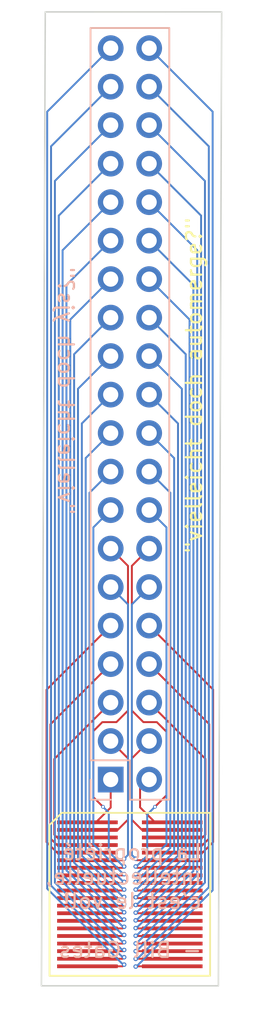
<source format=kicad_pcb>
(kicad_pcb (version 20221018) (generator pcbnew)
  (layers (0 "F.Cu" signal) (31 "B.Cu" signal) (34 "B.Paste" user) (35 "F.Paste" user) (36 "B.SilkS" user "B.Silkscreen") (37 "F.SilkS" user "F.Silkscreen") (38 "B.Mask" user) (39 "F.Mask" user) (44 "Edge.Cuts" user))
  (net 0 "")
  (net 1 "/1")
  (net 2 "/2")
  (net 3 "/3")
  (net 4 "/4")
  (net 5 "/5")
  (net 6 "/6")
  (net 7 "/7")
  (net 8 "/8")
  (net 9 "/9")
  (net 10 "/10")
  (net 11 "/11")
  (net 12 "/12")
  (net 13 "/13")
  (net 14 "/14")
  (net 15 "/15")
  (net 16 "/16")
  (net 17 "/17")
  (net 18 "/18")
  (net 19 "/19")
  (net 20 "/20")
  (net 21 "/21")
  (net 22 "/22")
  (net 23 "/23")
  (net 24 "/24")
  (net 25 "/25")
  (net 26 "/26")
  (net 27 "/27")
  (net 28 "/28")
  (net 29 "/29")
  (net 30 "/30")
  (net 31 "/31")
  (net 32 "/32")
  (net 33 "/33")
  (net 34 "/34")
  (net 35 "/35")
  (net 36 "/36")
  (net 37 "/37")
  (net 38 "/38")
  (net 39 "/39")
  (net 40 "/40")
  (footprint "custom_parts:AXK5F40" (layer "F.Cu") (at 134.36 85.657)
    (fp_text reference "J2" hide)
    (fp_text value "Conn_02x20_Odd_Even")
    (fp_line (start -5.3 -4.575) (end -4.5 -5.375) (stroke (width 0.12)) (layer "F.SilkS"))
    (fp_line (start -5.3 5.375) (end -5.3 -4.575) (stroke (width 0.12)) (layer "F.SilkS"))
    (fp_line (start -4.5 -5.375) (end 5.3 -5.375) (stroke (width 0.12)) (layer "F.SilkS"))
    (fp_line (start 5.3 -5.375) (end 5.3 5.375) (stroke (width 0.12)) (layer "F.SilkS"))
    (fp_line (start 5.3 5.375) (end -5.3 5.375) (stroke (width 0.12)) (layer "F.SilkS"))
    (pad "1" smd rect (at -2.8 -4.75 270) (size 0.25 4) (layers "F.Cu" "F.Paste" "F.Mask") (net 1 "/1"))
    (pad "2" smd rect (at 2.8 -4.75 270) (size 0.25 4) (layers "F.Cu" "F.Paste" "F.Mask") (net 2 "/2"))
    (pad "3" smd rect (at -2.8 -4.25 270) (size 0.25 4) (layers "F.Cu" "F.Paste" "F.Mask") (net 3 "/3"))
    (pad "4" smd rect (at 2.8 -4.25 270) (size 0.25 4) (layers "F.Cu" "F.Paste" "F.Mask") (net 4 "/4"))
    (pad "5" smd rect (at -2.8 -3.75 270) (size 0.25 4) (layers "F.Cu" "F.Paste" "F.Mask") (net 5 "/5"))
    (pad "6" smd rect (at 2.8 -3.75 270) (size 0.25 4) (layers "F.Cu" "F.Paste" "F.Mask") (net 6 "/6"))
    (pad "7" smd rect (at -2.8 -3.25 270) (size 0.25 4) (layers "F.Cu" "F.Paste" "F.Mask") (net 7 "/7"))
    (pad "8" smd rect (at 2.8 -3.25 270) (size 0.25 4) (layers "F.Cu" "F.Paste" "F.Mask") (net 8 "/8"))
    (pad "9" smd rect (at -2.8 -2.75 270) (size 0.25 4) (layers "F.Cu" "F.Paste" "F.Mask") (net 9 "/9"))
    (pad "10" smd rect (at 2.8 -2.75 270) (size 0.25 4) (layers "F.Cu" "F.Paste" "F.Mask") (net 10 "/10"))
    (pad "11" smd rect (at -2.8 -2.25 270) (size 0.25 4) (layers "F.Cu" "F.Paste" "F.Mask") (net 11 "/11"))
    (pad "12" smd rect (at 2.8 -2.25 270) (size 0.25 4) (layers "F.Cu" "F.Paste" "F.Mask") (net 12 "/12"))
    (pad "13" smd rect (at -2.8 -1.75 270) (size 0.25 4) (layers "F.Cu" "F.Paste" "F.Mask") (net 13 "/13"))
    (pad "14" smd rect (at 2.8 -1.75 270) (size 0.25 4) (layers "F.Cu" "F.Paste" "F.Mask") (net 14 "/14"))
    (pad "15" smd rect (at -2.8 -1.25 270) (size 0.25 4) (layers "F.Cu" "F.Paste" "F.Mask") (net 15 "/15"))
    (pad "16" smd rect (at 2.8 -1.25 270) (size 0.25 4) (layers "F.Cu" "F.Paste" "F.Mask") (net 16 "/16"))
    (pad "17" smd rect (at -2.8 -0.75 270) (size 0.25 4) (layers "F.Cu" "F.Paste" "F.Mask") (net 17 "/17"))
    (pad "18" smd rect (at 2.8 -0.75 270) (size 0.25 4) (layers "F.Cu" "F.Paste" "F.Mask") (net 18 "/18"))
    (pad "19" smd rect (at -2.8 -0.25 270) (size 0.25 4) (layers "F.Cu" "F.Paste" "F.Mask") (net 19 "/19"))
    (pad "20" smd rect (at 2.8 -0.25 270) (size 0.25 4) (layers "F.Cu" "F.Paste" "F.Mask") (net 20 "/20"))
    (pad "21" smd rect (at -2.8 0.25 270) (size 0.25 4) (layers "F.Cu" "F.Paste" "F.Mask") (net 21 "/21"))
    (pad "22" smd rect (at 2.8 0.25 270) (size 0.25 4) (layers "F.Cu" "F.Paste" "F.Mask") (net 22 "/22"))
    (pad "23" smd rect (at -2.8 0.75 270) (size 0.25 4) (layers "F.Cu" "F.Paste" "F.Mask") (net 23 "/23"))
    (pad "24" smd rect (at 2.8 0.75 270) (size 0.25 4) (layers "F.Cu" "F.Paste" "F.Mask") (net 24 "/24"))
    (pad "25" smd rect (at -2.8 1.25 270) (size 0.25 4) (layers "F.Cu" "F.Paste" "F.Mask") (net 25 "/25"))
    (pad "26" smd rect (at 2.8 1.25 270) (size 0.25 4) (layers "F.Cu" "F.Paste" "F.Mask") (net 26 "/26"))
    (pad "27" smd rect (at -2.8 1.75 270) (size 0.25 4) (layers "F.Cu" "F.Paste" "F.Mask") (net 27 "/27"))
    (pad "28" smd rect (at 2.8 1.75 270) (size 0.25 4) (layers "F.Cu" "F.Paste" "F.Mask") (net 28 "/28"))
    (pad "29" smd rect (at -2.8 2.25 270) (size 0.25 4) (layers "F.Cu" "F.Paste" "F.Mask") (net 29 "/29"))
    (pad "30" smd rect (at 2.8 2.25 270) (size 0.25 4) (layers "F.Cu" "F.Paste" "F.Mask") (net 30 "/30"))
    (pad "31" smd rect (at -2.8 2.75 270) (size 0.25 4) (layers "F.Cu" "F.Paste" "F.Mask") (net 31 "/31"))
    (pad "32" smd rect (at 2.8 2.75 270) (size 0.25 4) (layers "F.Cu" "F.Paste" "F.Mask") (net 32 "/32"))
    (pad "33" smd rect (at -2.8 3.25 270) (size 0.25 4) (layers "F.Cu" "F.Paste" "F.Mask") (net 33 "/33"))
    (pad "34" smd rect (at 2.8 3.25 270) (size 0.25 4) (layers "F.Cu" "F.Paste" "F.Mask") (net 34 "/34"))
    (pad "35" smd rect (at -2.8 3.75 270) (size 0.25 4) (layers "F.Cu" "F.Paste" "F.Mask") (net 35 "/35"))
    (pad "36" smd rect (at 2.8 3.75 270) (size 0.25 4) (layers "F.Cu" "F.Paste" "F.Mask") (net 36 "/36"))
    (pad "37" smd rect (at -2.8 4.25 270) (size 0.25 4) (layers "F.Cu" "F.Paste" "F.Mask") (net 37 "/37"))
    (pad "38" smd rect (at 2.8 4.25 270) (size 0.25 4) (layers "F.Cu" "F.Paste" "F.Mask") (net 38 "/38"))
    (pad "39" smd rect (at -2.8 4.75 270) (size 0.25 4) (layers "F.Cu" "F.Paste" "F.Mask") (net 39 "/39"))
    (pad "40" smd rect (at 2.8 4.75 270) (size 0.25 4) (layers "F.Cu" "F.Paste" "F.Mask") (net 40 "/40"))
  )
  (footprint "Connector_PinHeader_2.54mm:PinHeader_2x20_P2.54mm_Vertical" (layer "B.Cu") (at 133.096 78.083936)
    (fp_text reference "J1" hide)
    (fp_text value "Conn_02x20_Odd_Even")
    (fp_line (start -1.33 -49.59) (end 3.87 -49.59) (stroke (width 0.12)) (layer "B.SilkS"))
    (fp_line (start -1.33 -1.27) (end -1.33 -49.59) (stroke (width 0.12)) (layer "B.SilkS"))
    (fp_line (start -1.33 -1.27) (end 1.27 -1.27) (stroke (width 0.12)) (layer "B.SilkS"))
    (fp_line (start -1.33 0) (end -1.33 1.33) (stroke (width 0.12)) (layer "B.SilkS"))
    (fp_line (start -1.33 1.33) (end 0 1.33) (stroke (width 0.12)) (layer "B.SilkS"))
    (fp_line (start 1.27 -1.27) (end 1.27 1.33) (stroke (width 0.12)) (layer "B.SilkS"))
    (fp_line (start 1.27 1.33) (end 3.87 1.33) (stroke (width 0.12)) (layer "B.SilkS"))
    (fp_line (start 3.87 1.33) (end 3.87 -49.59) (stroke (width 0.12)) (layer "B.SilkS"))
    (pad "1" thru_hole rect (at 0 0) (size 1.7 1.7) (drill 1) (layers "*.Cu" "*.Mask") (net 1 "/1"))
    (pad "2" thru_hole oval (at 2.54 0) (size 1.7 1.7) (drill 1) (layers "*.Cu" "*.Mask") (net 2 "/2"))
    (pad "3" thru_hole oval (at 0 -2.54) (size 1.7 1.7) (drill 1) (layers "*.Cu" "*.Mask") (net 3 "/3"))
    (pad "4" thru_hole oval (at 2.54 -2.54) (size 1.7 1.7) (drill 1) (layers "*.Cu" "*.Mask") (net 4 "/4"))
    (pad "5" thru_hole oval (at 0 -5.08) (size 1.7 1.7) (drill 1) (layers "*.Cu" "*.Mask") (net 5 "/5"))
    (pad "6" thru_hole oval (at 2.54 -5.08) (size 1.7 1.7) (drill 1) (layers "*.Cu" "*.Mask") (net 6 "/6"))
    (pad "7" thru_hole oval (at 0 -7.62) (size 1.7 1.7) (drill 1) (layers "*.Cu" "*.Mask") (net 7 "/7"))
    (pad "8" thru_hole oval (at 2.54 -7.62) (size 1.7 1.7) (drill 1) (layers "*.Cu" "*.Mask") (net 8 "/8"))
    (pad "9" thru_hole oval (at 0 -10.16) (size 1.7 1.7) (drill 1) (layers "*.Cu" "*.Mask") (net 9 "/9"))
    (pad "10" thru_hole oval (at 2.54 -10.16) (size 1.7 1.7) (drill 1) (layers "*.Cu" "*.Mask") (net 10 "/10"))
    (pad "11" thru_hole oval (at 0 -12.7) (size 1.7 1.7) (drill 1) (layers "*.Cu" "*.Mask") (net 11 "/11"))
    (pad "12" thru_hole oval (at 2.54 -12.7) (size 1.7 1.7) (drill 1) (layers "*.Cu" "*.Mask") (net 12 "/12"))
    (pad "13" thru_hole oval (at 0 -15.24) (size 1.7 1.7) (drill 1) (layers "*.Cu" "*.Mask") (net 13 "/13"))
    (pad "14" thru_hole oval (at 2.54 -15.24) (size 1.7 1.7) (drill 1) (layers "*.Cu" "*.Mask") (net 14 "/14"))
    (pad "15" thru_hole oval (at 0 -17.78) (size 1.7 1.7) (drill 1) (layers "*.Cu" "*.Mask") (net 15 "/15"))
    (pad "16" thru_hole oval (at 2.54 -17.78) (size 1.7 1.7) (drill 1) (layers "*.Cu" "*.Mask") (net 16 "/16"))
    (pad "17" thru_hole oval (at 0 -20.32) (size 1.7 1.7) (drill 1) (layers "*.Cu" "*.Mask") (net 17 "/17"))
    (pad "18" thru_hole oval (at 2.54 -20.32) (size 1.7 1.7) (drill 1) (layers "*.Cu" "*.Mask") (net 18 "/18"))
    (pad "19" thru_hole oval (at 0 -22.86) (size 1.7 1.7) (drill 1) (layers "*.Cu" "*.Mask") (net 19 "/19"))
    (pad "20" thru_hole oval (at 2.54 -22.86) (size 1.7 1.7) (drill 1) (layers "*.Cu" "*.Mask") (net 20 "/20"))
    (pad "21" thru_hole oval (at 0 -25.4) (size 1.7 1.7) (drill 1) (layers "*.Cu" "*.Mask") (net 21 "/21"))
    (pad "22" thru_hole oval (at 2.54 -25.4) (size 1.7 1.7) (drill 1) (layers "*.Cu" "*.Mask") (net 22 "/22"))
    (pad "23" thru_hole oval (at 0 -27.94) (size 1.7 1.7) (drill 1) (layers "*.Cu" "*.Mask") (net 23 "/23"))
    (pad "24" thru_hole oval (at 2.54 -27.94) (size 1.7 1.7) (drill 1) (layers "*.Cu" "*.Mask") (net 24 "/24"))
    (pad "25" thru_hole oval (at 0 -30.48) (size 1.7 1.7) (drill 1) (layers "*.Cu" "*.Mask") (net 25 "/25"))
    (pad "26" thru_hole oval (at 2.54 -30.48) (size 1.7 1.7) (drill 1) (layers "*.Cu" "*.Mask") (net 26 "/26"))
    (pad "27" thru_hole oval (at 0 -33.02) (size 1.7 1.7) (drill 1) (layers "*.Cu" "*.Mask") (net 27 "/27"))
    (pad "28" thru_hole oval (at 2.54 -33.02) (size 1.7 1.7) (drill 1) (layers "*.Cu" "*.Mask") (net 28 "/28"))
    (pad "29" thru_hole oval (at 0 -35.56) (size 1.7 1.7) (drill 1) (layers "*.Cu" "*.Mask") (net 29 "/29"))
    (pad "30" thru_hole oval (at 2.54 -35.56) (size 1.7 1.7) (drill 1) (layers "*.Cu" "*.Mask") (net 30 "/30"))
    (pad "31" thru_hole oval (at 0 -38.1) (size 1.7 1.7) (drill 1) (layers "*.Cu" "*.Mask") (net 31 "/31"))
    (pad "32" thru_hole oval (at 2.54 -38.1) (size 1.7 1.7) (drill 1) (layers "*.Cu" "*.Mask") (net 32 "/32"))
    (pad "33" thru_hole oval (at 0 -40.64) (size 1.7 1.7) (drill 1) (layers "*.Cu" "*.Mask") (net 33 "/33"))
    (pad "34" thru_hole oval (at 2.54 -40.64) (size 1.7 1.7) (drill 1) (layers "*.Cu" "*.Mask") (net 34 "/34"))
    (pad "35" thru_hole oval (at 0 -43.18) (size 1.7 1.7) (drill 1) (layers "*.Cu" "*.Mask") (net 35 "/35"))
    (pad "36" thru_hole oval (at 2.54 -43.18) (size 1.7 1.7) (drill 1) (layers "*.Cu" "*.Mask") (net 36 "/36"))
    (pad "37" thru_hole oval (at 0 -45.72) (size 1.7 1.7) (drill 1) (layers "*.Cu" "*.Mask") (net 37 "/37"))
    (pad "38" thru_hole oval (at 2.54 -45.72) (size 1.7 1.7) (drill 1) (layers "*.Cu" "*.Mask") (net 38 "/38"))
    (pad "39" thru_hole oval (at 0 -48.26) (size 1.7 1.7) (drill 1) (layers "*.Cu" "*.Mask") (net 39 "/39"))
    (pad "40" thru_hole oval (at 2.54 -48.26) (size 1.7 1.7) (drill 1) (layers "*.Cu" "*.Mask") (net 40 "/40"))
  )
  (gr_poly (pts (xy 128.524 91.694) (xy 140.208 91.694) (xy 140.421628 27.42972) (xy 128.778 27.432)) (stroke (width 0.1)) (fill none) (layer "Edge.Cuts"))
  (gr_text "La propriété \nintellectuelle,\nc'est le vol!\n\n- Bill Gates" (at 139.192 89.916) (layer "B.SilkS") (effects (font (size 1 1)) (justify left bottom mirror)))
  (gr_text "{dblquote}vielleicht doch yjs?{dblquote}" (at 129.54 60.706 270) (layer "B.SilkS") (effects (font (size 1 1)) (justify left bottom mirror)))
  (gr_text "{dblquote}vielleicht doch automerge?{dblquote}" (at 139.192 63.246 90) (layer "F.SilkS") (effects (font (size 1 1)) (justify left bottom)))
  (segment (start 132.119079 80.907) (end 131.56 80.907) (width 0.127) (layer "F.Cu") (net 1))
  (segment (start 133.096 79.930079) (end 132.119079 80.907) (width 0.127) (layer "F.Cu") (net 1))
  (segment (start 133.096 78.083936) (end 133.096 79.930079) (width 0.127) (layer "F.Cu") (net 1))
  (segment (start 135.037432 78.682504) (end 135.037432 79.919432) (width 0.127) (layer "F.Cu") (net 2))
  (segment (start 136.025 80.907) (end 137.16 80.907) (width 0.127) (layer "F.Cu") (net 2))
  (segment (start 135.037432 79.919432) (end 136.025 80.907) (width 0.127) (layer "F.Cu") (net 2))
  (segment (start 135.636 78.083936) (end 135.037432 78.682504) (width 0.127) (layer "F.Cu") (net 2))
  (segment (start 131.56 81.407) (end 133.56 81.407) (width 0.127) (layer "F.Cu") (net 3))
  (segment (start 134.239 80.728) (end 134.239 76.686936) (width 0.127) (layer "F.Cu") (net 3))
  (segment (start 133.56 81.407) (end 134.239 80.728) (width 0.127) (layer "F.Cu") (net 3))
  (segment (start 134.239 76.686936) (end 133.096 75.543936) (width 0.127) (layer "F.Cu") (net 3))
  (segment (start 134.493 80.74) (end 134.493 76.686936) (width 0.127) (layer "F.Cu") (net 4))
  (segment (start 137.16 81.407) (end 135.16 81.407) (width 0.127) (layer "F.Cu") (net 4))
  (segment (start 134.493 76.686936) (end 135.636 75.543936) (width 0.127) (layer "F.Cu") (net 4))
  (segment (start 135.16 81.407) (end 134.493 80.74) (width 0.127) (layer "F.Cu") (net 4))
  (segment (start 129.56 81.907) (end 129.3695 81.7165) (width 0.127) (layer "F.Cu") (net 5))
  (segment (start 129.3695 76.730436) (end 133.096 73.003936) (width 0.127) (layer "F.Cu") (net 5))
  (segment (start 129.3695 81.7165) (end 129.3695 76.730436) (width 0.127) (layer "F.Cu") (net 5))
  (segment (start 131.56 81.907) (end 129.56 81.907) (width 0.127) (layer "F.Cu") (net 5))
  (segment (start 139.3505 76.718436) (end 139.3505 81.7165) (width 0.127) (layer "F.Cu") (net 6))
  (segment (start 135.636 73.003936) (end 139.3505 76.718436) (width 0.127) (layer "F.Cu") (net 6))
  (segment (start 139.16 81.907) (end 137.16 81.907) (width 0.127) (layer "F.Cu") (net 6))
  (segment (start 139.3505 81.7165) (end 139.16 81.907) (width 0.127) (layer "F.Cu") (net 6))
  (segment (start 129.1155 74.444436) (end 133.096 70.463936) (width 0.127) (layer "F.Cu") (net 7))
  (segment (start 131.56 82.407) (end 129.56 82.407) (width 0.127) (layer "F.Cu") (net 7))
  (segment (start 129.1155 81.9625) (end 129.1155 74.444436) (width 0.127) (layer "F.Cu") (net 7))
  (segment (start 129.56 82.407) (end 129.1155 81.9625) (width 0.127) (layer "F.Cu") (net 7))
  (segment (start 139.6045 81.9625) (end 139.6045 74.432436) (width 0.127) (layer "F.Cu") (net 8))
  (segment (start 139.6045 74.432436) (end 135.636 70.463936) (width 0.127) (layer "F.Cu") (net 8))
  (segment (start 137.16 82.407) (end 139.16 82.407) (width 0.127) (layer "F.Cu") (net 8))
  (segment (start 139.16 82.407) (end 139.6045 81.9625) (width 0.127) (layer "F.Cu") (net 8))
  (segment (start 131.56 82.907) (end 129.56 82.907) (width 0.127) (layer "F.Cu") (net 9))
  (segment (start 129.56 82.907) (end 128.8615 82.2085) (width 0.127) (layer "F.Cu") (net 9))
  (segment (start 128.8615 82.2085) (end 128.8615 72.158436) (width 0.127) (layer "F.Cu") (net 9))
  (segment (start 128.8615 72.158436) (end 133.096 67.923936) (width 0.127) (layer "F.Cu") (net 9))
  (segment (start 139.8585 82.2085) (end 139.8585 72.146436) (width 0.127) (layer "F.Cu") (net 10))
  (segment (start 139.8585 72.146436) (end 135.636 67.923936) (width 0.127) (layer "F.Cu") (net 10))
  (segment (start 137.16 82.907) (end 139.16 82.907) (width 0.127) (layer "F.Cu") (net 10))
  (segment (start 139.16 82.907) (end 139.8585 82.2085) (width 0.127) (layer "F.Cu") (net 10))
  (segment (start 131.56 83.407) (end 133.89 83.407) (width 0.127) (layer "F.Cu") (net 11))
  (segment (start 133.89 83.407) (end 133.985 83.312) (width 0.127) (layer "F.Cu") (net 11))
  (via (at 133.985 83.312) (size 0.3) (drill 0.15) (layers "F.Cu" "B.Cu") (net 11))
  (segment (start 134.239 66.526936) (end 133.096 65.383936) (width 0.127) (layer "B.Cu") (net 11))
  (segment (start 134.239 83.058) (end 134.239 66.526936) (width 0.127) (layer "B.Cu") (net 11))
  (segment (start 133.985 83.312) (end 134.239 83.058) (width 0.127) (layer "B.Cu") (net 11))
  (segment (start 134.842 83.407) (end 134.747 83.312) (width 0.127) (layer "F.Cu") (net 12))
  (segment (start 137.16 83.407) (end 134.842 83.407) (width 0.127) (layer "F.Cu") (net 12))
  (via (at 134.747 83.312) (size 0.3) (drill 0.15) (layers "F.Cu" "B.Cu") (net 12))
  (segment (start 134.747 83.312) (end 134.493 83.058) (width 0.127) (layer "B.Cu") (net 12))
  (segment (start 134.493 66.526936) (end 135.636 65.383936) (width 0.127) (layer "B.Cu") (net 12))
  (segment (start 134.493 83.058) (end 134.493 66.526936) (width 0.127) (layer "B.Cu") (net 12))
  (segment (start 132.588 79.883) (end 131.953 79.248) (width 0.127) (layer "F.Cu") (net 13))
  (segment (start 133.898 83.907) (end 133.985 83.82) (width 0.127) (layer "F.Cu") (net 13))
  (segment (start 132.545146 74.295) (end 133.477 74.295) (width 0.127) (layer "F.Cu") (net 13))
  (segment (start 134.239 73.533) (end 134.239 63.986936) (width 0.127) (layer "F.Cu") (net 13))
  (segment (start 134.239 63.986936) (end 133.096 62.843936) (width 0.127) (layer "F.Cu") (net 13))
  (segment (start 131.953 74.887146) (end 132.545146 74.295) (width 0.127) (layer "F.Cu") (net 13))
  (segment (start 131.953 79.248) (end 131.953 74.887146) (width 0.127) (layer "F.Cu") (net 13))
  (segment (start 133.477 74.295) (end 134.239 73.533) (width 0.127) (layer "F.Cu") (net 13))
  (segment (start 131.56 83.907) (end 133.898 83.907) (width 0.127) (layer "F.Cu") (net 13))
  (via (at 132.588 79.883) (size 0.25) (drill 0.15) (layers "F.Cu" "B.Cu") (net 13))
  (via (at 133.985 83.82) (size 0.3) (drill 0.15) (layers "F.Cu" "B.Cu") (net 13))
  (segment (start 132.969 80.264) (end 132.969 82.851079) (width 0.127) (layer "B.Cu") (net 13))
  (segment (start 132.588 79.883) (end 132.969 80.264) (width 0.127) (layer "B.Cu") (net 13))
  (segment (start 133.937921 83.82) (end 133.985 83.82) (width 0.127) (layer "B.Cu") (net 13))
  (segment (start 132.969 82.851079) (end 133.937921 83.82) (width 0.127) (layer "B.Cu") (net 13))
  (segment (start 134.834 83.907) (end 134.747 83.82) (width 0.127) (layer "F.Cu") (net 14))
  (segment (start 135.255 74.295) (end 134.493 73.533) (width 0.127) (layer "F.Cu") (net 14))
  (segment (start 137.16 83.907) (end 134.834 83.907) (width 0.127) (layer "F.Cu") (net 14))
  (segment (start 136.779 74.93) (end 136.144 74.295) (width 0.127) (layer "F.Cu") (net 14))
  (segment (start 136.144 74.295) (end 135.255 74.295) (width 0.127) (layer "F.Cu") (net 14))
  (segment (start 136.779 79.121) (end 136.779 74.93) (width 0.127) (layer "F.Cu") (net 14))
  (segment (start 134.493 73.533) (end 134.493 63.986936) (width 0.127) (layer "F.Cu") (net 14))
  (segment (start 136.017 79.883) (end 136.779 79.121) (width 0.127) (layer "F.Cu") (net 14))
  (segment (start 134.493 63.986936) (end 135.636 62.843936) (width 0.127) (layer "F.Cu") (net 14))
  (via (at 136.017 79.883) (size 0.25) (drill 0.15) (layers "F.Cu" "B.Cu") (net 14))
  (via (at 134.747 83.82) (size 0.3) (drill 0.15) (layers "F.Cu" "B.Cu") (net 14))
  (segment (start 135.509 80.391) (end 135.509 83.105079) (width 0.127) (layer "B.Cu") (net 14))
  (segment (start 135.509 83.105079) (end 134.794079 83.82) (width 0.127) (layer "B.Cu") (net 14))
  (segment (start 136.017 79.883) (end 135.509 80.391) (width 0.127) (layer "B.Cu") (net 14))
  (segment (start 134.794079 83.82) (end 134.747 83.82) (width 0.127) (layer "B.Cu") (net 14))
  (segment (start 131.56 84.407) (end 133.906 84.407) (width 0.127) (layer "F.Cu") (net 15))
  (segment (start 133.906 84.407) (end 133.985 84.328) (width 0.127) (layer "F.Cu") (net 15))
  (via (at 133.985 84.328) (size 0.3) (drill 0.15) (layers "F.Cu" "B.Cu") (net 15))
  (segment (start 131.953 82.343079) (end 131.953 61.446936) (width 0.127) (layer "B.Cu") (net 15))
  (segment (start 133.937921 84.328) (end 131.953 82.343079) (width 0.127) (layer "B.Cu") (net 15))
  (segment (start 133.985 84.328) (end 133.937921 84.328) (width 0.127) (layer "B.Cu") (net 15))
  (segment (start 131.953 61.446936) (end 133.096 60.303936) (width 0.127) (layer "B.Cu") (net 15))
  (segment (start 134.826 84.407) (end 134.747 84.328) (width 0.127) (layer "F.Cu") (net 16))
  (segment (start 137.16 84.407) (end 134.826 84.407) (width 0.127) (layer "F.Cu") (net 16))
  (via (at 134.747 84.328) (size 0.3) (drill 0.15) (layers "F.Cu" "B.Cu") (net 16))
  (segment (start 136.779 61.446936) (end 135.636 60.303936) (width 0.127) (layer "B.Cu") (net 16))
  (segment (start 134.794079 84.328) (end 136.779 82.343079) (width 0.127) (layer "B.Cu") (net 16))
  (segment (start 134.747 84.328) (end 134.794079 84.328) (width 0.127) (layer "B.Cu") (net 16))
  (segment (start 136.779 82.343079) (end 136.779 61.446936) (width 0.127) (layer "B.Cu") (net 16))
  (segment (start 131.56 84.907) (end 133.914 84.907) (width 0.127) (layer "F.Cu") (net 17))
  (segment (start 133.914 84.907) (end 133.985 84.836) (width 0.127) (layer "F.Cu") (net 17))
  (via (at 133.985 84.836) (size 0.3) (drill 0.15) (layers "F.Cu" "B.Cu") (net 17))
  (segment (start 131.699 59.160936) (end 133.096 57.763936) (width 0.127) (layer "B.Cu") (net 17))
  (segment (start 131.699 82.597079) (end 131.699 59.160936) (width 0.127) (layer "B.Cu") (net 17))
  (segment (start 133.937921 84.836) (end 131.699 82.597079) (width 0.127) (layer "B.Cu") (net 17))
  (segment (start 133.985 84.836) (end 133.937921 84.836) (width 0.127) (layer "B.Cu") (net 17))
  (segment (start 134.818 84.907) (end 134.747 84.836) (width 0.127) (layer "F.Cu") (net 18))
  (segment (start 137.16 84.907) (end 134.818 84.907) (width 0.127) (layer "F.Cu") (net 18))
  (via (at 134.747 84.836) (size 0.3) (drill 0.15) (layers "F.Cu" "B.Cu") (net 18))
  (segment (start 137.033 82.597079) (end 137.033 59.160936) (width 0.127) (layer "B.Cu") (net 18))
  (segment (start 134.794079 84.836) (end 137.033 82.597079) (width 0.127) (layer "B.Cu") (net 18))
  (segment (start 134.747 84.836) (end 134.794079 84.836) (width 0.127) (layer "B.Cu") (net 18))
  (segment (start 137.033 59.160936) (end 135.636 57.763936) (width 0.127) (layer "B.Cu") (net 18))
  (segment (start 133.922 85.407) (end 133.985 85.344) (width 0.127) (layer "F.Cu") (net 19))
  (segment (start 131.56 85.407) (end 133.922 85.407) (width 0.127) (layer "F.Cu") (net 19))
  (via (at 133.985 85.344) (size 0.3) (drill 0.15) (layers "F.Cu" "B.Cu") (net 19))
  (segment (start 133.937921 85.344) (end 131.445 82.851079) (width 0.127) (layer "B.Cu") (net 19))
  (segment (start 131.445 56.874936) (end 133.096 55.223936) (width 0.127) (layer "B.Cu") (net 19))
  (segment (start 133.985 85.344) (end 133.937921 85.344) (width 0.127) (layer "B.Cu") (net 19))
  (segment (start 131.445 82.851079) (end 131.445 56.874936) (width 0.127) (layer "B.Cu") (net 19))
  (segment (start 134.81 85.407) (end 134.747 85.344) (width 0.127) (layer "F.Cu") (net 20))
  (segment (start 137.16 85.407) (end 134.81 85.407) (width 0.127) (layer "F.Cu") (net 20))
  (via (at 134.747 85.344) (size 0.3) (drill 0.15) (layers "F.Cu" "B.Cu") (net 20))
  (segment (start 134.747 85.344) (end 134.794079 85.344) (width 0.127) (layer "B.Cu") (net 20))
  (segment (start 137.287 82.851079) (end 137.287 56.874936) (width 0.127) (layer "B.Cu") (net 20))
  (segment (start 137.287 56.874936) (end 135.636 55.223936) (width 0.127) (layer "B.Cu") (net 20))
  (segment (start 134.794079 85.344) (end 137.287 82.851079) (width 0.127) (layer "B.Cu") (net 20))
  (segment (start 133.985 85.827) (end 133.905 85.907) (width 0.127) (layer "F.Cu") (net 21))
  (segment (start 133.905 85.907) (end 131.56 85.907) (width 0.127) (layer "F.Cu") (net 21))
  (via (at 133.985 85.827) (size 0.3) (drill 0.15) (layers "F.Cu" "B.Cu") (net 21))
  (segment (start 133.985 85.827) (end 133.912921 85.827) (width 0.127) (layer "B.Cu") (net 21))
  (segment (start 133.912921 85.827) (end 131.191 83.105079) (width 0.127) (layer "B.Cu") (net 21))
  (segment (start 131.191 83.105079) (end 131.191 54.588936) (width 0.127) (layer "B.Cu") (net 21))
  (segment (start 131.191 54.588936) (end 133.096 52.683936) (width 0.127) (layer "B.Cu") (net 21))
  (segment (start 137.16 85.907) (end 134.802 85.907) (width 0.127) (layer "F.Cu") (net 22))
  (segment (start 134.802 85.907) (end 134.747 85.852) (width 0.127) (layer "F.Cu") (net 22))
  (via (at 134.747 85.852) (size 0.3) (drill 0.15) (layers "F.Cu" "B.Cu") (net 22))
  (segment (start 137.541 54.588936) (end 135.636 52.683936) (width 0.127) (layer "B.Cu") (net 22))
  (segment (start 137.541 83.105079) (end 137.541 54.588936) (width 0.127) (layer "B.Cu") (net 22))
  (segment (start 134.794079 85.852) (end 137.541 83.105079) (width 0.127) (layer "B.Cu") (net 22))
  (segment (start 134.747 85.852) (end 134.794079 85.852) (width 0.127) (layer "B.Cu") (net 22))
  (segment (start 131.56 86.407) (end 133.883503 86.407) (width 0.127) (layer "F.Cu") (net 23))
  (segment (start 133.883503 86.407) (end 133.985 86.305503) (width 0.127) (layer "F.Cu") (net 23))
  (via (at 133.985 86.305503) (size 0.3) (drill 0.15) (layers "F.Cu" "B.Cu") (net 23))
  (segment (start 130.937 83.359079) (end 130.937 52.302936) (width 0.127) (layer "B.Cu") (net 23))
  (segment (start 133.985 86.305503) (end 133.883424 86.305503) (width 0.127) (layer "B.Cu") (net 23))
  (segment (start 130.937 52.302936) (end 133.096 50.143936) (width 0.127) (layer "B.Cu") (net 23))
  (segment (start 133.883424 86.305503) (end 130.937 83.359079) (width 0.127) (layer "B.Cu") (net 23))
  (segment (start 134.794 86.407) (end 134.747 86.36) (width 0.127) (layer "F.Cu") (net 24))
  (segment (start 137.16 86.407) (end 134.794 86.407) (width 0.127) (layer "F.Cu") (net 24))
  (via (at 134.747 86.36) (size 0.3) (drill 0.15) (layers "F.Cu" "B.Cu") (net 24))
  (segment (start 134.747 86.36) (end 134.794079 86.36) (width 0.127) (layer "B.Cu") (net 24))
  (segment (start 137.795 52.302936) (end 135.636 50.143936) (width 0.127) (layer "B.Cu") (net 24))
  (segment (start 137.795 83.359079) (end 137.795 52.302936) (width 0.127) (layer "B.Cu") (net 24))
  (segment (start 134.794079 86.36) (end 137.795 83.359079) (width 0.127) (layer "B.Cu") (net 24))
  (segment (start 131.56 86.907) (end 133.921012 86.907) (width 0.127) (layer "F.Cu") (net 25))
  (segment (start 133.921012 86.907) (end 133.985012 86.843) (width 0.127) (layer "F.Cu") (net 25))
  (via (at 133.985012 86.843) (size 0.3) (drill 0.15) (layers "F.Cu" "B.Cu") (net 25))
  (segment (start 133.96 86.843) (end 133.985012 86.843) (width 0.127) (layer "B.Cu") (net 25))
  (segment (start 133.096 47.603936) (end 130.683 50.016936) (width 0.127) (layer "B.Cu") (net 25))
  (segment (start 130.683 83.566) (end 133.96 86.843) (width 0.127) (layer "B.Cu") (net 25))
  (segment (start 130.683 50.016936) (end 130.683 83.566) (width 0.127) (layer "B.Cu") (net 25))
  (segment (start 134.786 86.907) (end 134.747 86.868) (width 0.127) (layer "F.Cu") (net 26))
  (segment (start 137.16 86.907) (end 134.786 86.907) (width 0.127) (layer "F.Cu") (net 26))
  (via (at 134.747 86.868) (size 0.3) (drill 0.15) (layers "F.Cu" "B.Cu") (net 26))
  (segment (start 138.049 83.613079) (end 138.049 50.016936) (width 0.127) (layer "B.Cu") (net 26))
  (segment (start 138.049 50.016936) (end 135.636 47.603936) (width 0.127) (layer "B.Cu") (net 26))
  (segment (start 134.747 86.868) (end 134.794079 86.868) (width 0.127) (layer "B.Cu") (net 26))
  (segment (start 134.794079 86.868) (end 138.049 83.613079) (width 0.127) (layer "B.Cu") (net 26))
  (segment (start 131.56 87.407) (end 133.899503 87.407) (width 0.127) (layer "F.Cu") (net 27))
  (segment (start 133.899503 87.407) (end 133.985 87.321503) (width 0.127) (layer "F.Cu") (net 27))
  (via (at 133.985 87.321503) (size 0.3) (drill 0.15) (layers "F.Cu" "B.Cu") (net 27))
  (segment (start 133.883424 87.321503) (end 130.429 83.867079) (width 0.127) (layer "B.Cu") (net 27))
  (segment (start 133.985 87.321503) (end 133.883424 87.321503) (width 0.127) (layer "B.Cu") (net 27))
  (segment (start 130.429 47.730936) (end 133.096 45.063936) (width 0.127) (layer "B.Cu") (net 27))
  (segment (start 130.429 83.867079) (end 130.429 47.730936) (width 0.127) (layer "B.Cu") (net 27))
  (segment (start 137.16 87.407) (end 134.778 87.407) (width 0.127) (layer "F.Cu") (net 28))
  (segment (start 134.778 87.407) (end 134.747 87.376) (width 0.127) (layer "F.Cu") (net 28))
  (via (at 134.747 87.376) (size 0.3) (drill 0.15) (layers "F.Cu" "B.Cu") (net 28))
  (segment (start 134.747 87.376) (end 134.794079 87.376) (width 0.127) (layer "B.Cu") (net 28))
  (segment (start 134.794079 87.376) (end 138.303 83.867079) (width 0.127) (layer "B.Cu") (net 28))
  (segment (start 138.303 83.867079) (end 138.303 47.730936) (width 0.127) (layer "B.Cu") (net 28))
  (segment (start 138.303 47.730936) (end 135.636 45.063936) (width 0.127) (layer "B.Cu") (net 28))
  (segment (start 133.985 87.800006) (end 133.878006 87.907) (width 0.127) (layer "F.Cu") (net 29))
  (segment (start 133.878006 87.907) (end 131.56 87.907) (width 0.127) (layer "F.Cu") (net 29))
  (via (at 133.985 87.800006) (size 0.3) (drill 0.15) (layers "F.Cu" "B.Cu") (net 29))
  (segment (start 130.175 45.444936) (end 133.096 42.523936) (width 0.127) (layer "B.Cu") (net 29))
  (segment (start 133.901006 87.800006) (end 130.175 84.074) (width 0.127) (layer "B.Cu") (net 29))
  (segment (start 133.985 87.800006) (end 133.901006 87.800006) (width 0.127) (layer "B.Cu") (net 29))
  (segment (start 130.175 84.074) (end 130.175 45.444936) (width 0.127) (layer "B.Cu") (net 29))
  (segment (start 134.77 87.907) (end 134.747 87.884) (width 0.127) (layer "F.Cu") (net 30))
  (segment (start 137.16 87.907) (end 134.77 87.907) (width 0.127) (layer "F.Cu") (net 30))
  (via (at 134.747 87.884) (size 0.3) (drill 0.15) (layers "F.Cu" "B.Cu") (net 30))
  (segment (start 138.557 84.121079) (end 138.557 45.444936) (width 0.127) (layer "B.Cu") (net 30))
  (segment (start 138.557 45.444936) (end 135.636 42.523936) (width 0.127) (layer "B.Cu") (net 30))
  (segment (start 134.747 87.884) (end 134.794079 87.884) (width 0.127) (layer "B.Cu") (net 30))
  (segment (start 134.794079 87.884) (end 138.557 84.121079) (width 0.127) (layer "B.Cu") (net 30))
  (segment (start 133.915503 88.407) (end 133.985 88.337503) (width 0.127) (layer "F.Cu") (net 31))
  (segment (start 131.56 88.407) (end 133.915503 88.407) (width 0.127) (layer "F.Cu") (net 31))
  (via (at 133.985 88.337503) (size 0.3) (drill 0.15) (layers "F.Cu" "B.Cu") (net 31))
  (segment (start 129.921 43.158936) (end 133.096 39.983936) (width 0.127) (layer "B.Cu") (net 31))
  (segment (start 133.985 88.337503) (end 133.883424 88.337503) (width 0.127) (layer "B.Cu") (net 31))
  (segment (start 129.921 84.375079) (end 129.921 43.158936) (width 0.127) (layer "B.Cu") (net 31))
  (segment (start 133.883424 88.337503) (end 129.921 84.375079) (width 0.127) (layer "B.Cu") (net 31))
  (segment (start 134.762 88.407) (end 134.747 88.392) (width 0.127) (layer "F.Cu") (net 32))
  (segment (start 137.16 88.407) (end 134.762 88.407) (width 0.127) (layer "F.Cu") (net 32))
  (via (at 134.747 88.392) (size 0.3) (drill 0.15) (layers "F.Cu" "B.Cu") (net 32))
  (segment (start 138.811 43.158936) (end 135.636 39.983936) (width 0.127) (layer "B.Cu") (net 32))
  (segment (start 134.747 88.392) (end 134.794079 88.392) (width 0.127) (layer "B.Cu") (net 32))
  (segment (start 138.811 84.375079) (end 138.811 43.158936) (width 0.127) (layer "B.Cu") (net 32))
  (segment (start 134.794079 88.392) (end 138.811 84.375079) (width 0.127) (layer "B.Cu") (net 32))
  (segment (start 133.894018 88.907) (end 133.985012 88.816006) (width 0.127) (layer "F.Cu") (net 33))
  (segment (start 131.56 88.907) (end 133.894018 88.907) (width 0.127) (layer "F.Cu") (net 33))
  (via (at 133.985012 88.816006) (size 0.3) (drill 0.15) (layers "F.Cu" "B.Cu") (net 33))
  (segment (start 129.667 40.872936) (end 129.667 84.582) (width 0.127) (layer "B.Cu") (net 33))
  (segment (start 133.096 37.443936) (end 129.667 40.872936) (width 0.127) (layer "B.Cu") (net 33))
  (segment (start 133.901006 88.816006) (end 133.985012 88.816006) (width 0.127) (layer "B.Cu") (net 33))
  (segment (start 129.667 84.582) (end 133.901006 88.816006) (width 0.127) (layer "B.Cu") (net 33))
  (segment (start 137.16 88.907) (end 134.754 88.907) (width 0.127) (layer "F.Cu") (net 34))
  (segment (start 134.754 88.907) (end 134.747 88.9) (width 0.127) (layer "F.Cu") (net 34))
  (via (at 134.747 88.9) (size 0.3) (drill 0.15) (layers "F.Cu" "B.Cu") (net 34))
  (segment (start 134.747 88.9) (end 134.794079 88.9) (width 0.127) (layer "B.Cu") (net 34))
  (segment (start 139.065 84.629079) (end 139.065 40.872936) (width 0.127) (layer "B.Cu") (net 34))
  (segment (start 139.065 40.872936) (end 135.636 37.443936) (width 0.127) (layer "B.Cu") (net 34))
  (segment (start 134.794079 88.9) (end 139.065 84.629079) (width 0.127) (layer "B.Cu") (net 34))
  (segment (start 133.985 89.328503) (end 133.906503 89.407) (width 0.127) (layer "F.Cu") (net 35))
  (segment (start 133.906503 89.407) (end 131.56 89.407) (width 0.127) (layer "F.Cu") (net 35))
  (via (at 133.985 89.328503) (size 0.3) (drill 0.15) (layers "F.Cu" "B.Cu") (net 35))
  (segment (start 133.858424 89.328503) (end 129.413 84.883079) (width 0.127) (layer "B.Cu") (net 35))
  (segment (start 129.413 84.883079) (end 129.413 38.586936) (width 0.127) (layer "B.Cu") (net 35))
  (segment (start 129.413 38.586936) (end 133.096 34.903936) (width 0.127) (layer "B.Cu") (net 35))
  (segment (start 133.985 89.328503) (end 133.858424 89.328503) (width 0.127) (layer "B.Cu") (net 35))
  (segment (start 134.748 89.407) (end 134.747 89.408) (width 0.127) (layer "F.Cu") (net 36))
  (segment (start 137.16 89.407) (end 134.748 89.407) (width 0.127) (layer "F.Cu") (net 36))
  (via (at 134.747 89.408) (size 0.3) (drill 0.15) (layers "F.Cu" "B.Cu") (net 36))
  (segment (start 134.794079 89.408) (end 139.319 84.883079) (width 0.127) (layer "B.Cu") (net 36))
  (segment (start 139.319 84.883079) (end 139.319 38.586936) (width 0.127) (layer "B.Cu") (net 36))
  (segment (start 139.319 38.586936) (end 135.636 34.903936) (width 0.127) (layer "B.Cu") (net 36))
  (segment (start 134.747 89.408) (end 134.794079 89.408) (width 0.127) (layer "B.Cu") (net 36))
  (segment (start 131.56 89.907) (end 133.885006 89.907) (width 0.127) (layer "F.Cu") (net 37))
  (segment (start 133.885006 89.907) (end 133.985 89.807006) (width 0.127) (layer "F.Cu") (net 37))
  (via (at 133.985 89.807006) (size 0.3) (drill 0.15) (layers "F.Cu" "B.Cu") (net 37))
  (segment (start 129.159 85.082582) (end 129.159 36.300936) (width 0.127) (layer "B.Cu") (net 37))
  (segment (start 129.159 36.300936) (end 133.096 32.363936) (width 0.127) (layer "B.Cu") (net 37))
  (segment (start 133.985 89.807006) (end 133.883424 89.807006) (width 0.127) (layer "B.Cu") (net 37))
  (segment (start 133.883424 89.807006) (end 129.159 85.082582) (width 0.127) (layer "B.Cu") (net 37))
  (segment (start 137.16 89.907) (end 134.756 89.907) (width 0.127) (layer "F.Cu") (net 38))
  (segment (start 134.756 89.907) (end 134.747 89.916) (width 0.127) (layer "F.Cu") (net 38))
  (via (at 134.747 89.916) (size 0.3) (drill 0.15) (layers "F.Cu" "B.Cu") (net 38))
  (segment (start 139.573 36.300936) (end 135.636 32.363936) (width 0.127) (layer "B.Cu") (net 38))
  (segment (start 134.85221 89.916) (end 139.573 85.19521) (width 0.127) (layer "B.Cu") (net 38))
  (segment (start 139.573 85.19521) (end 139.573 36.300936) (width 0.127) (layer "B.Cu") (net 38))
  (segment (start 134.747 89.916) (end 134.85221 89.916) (width 0.127) (layer "B.Cu") (net 38))
  (segment (start 133.875 90.407) (end 133.985 90.297) (width 0.127) (layer "F.Cu") (net 39))
  (segment (start 131.56 90.407) (end 133.875 90.407) (width 0.127) (layer "F.Cu") (net 39))
  (via (at 133.985 90.297) (size 0.3) (drill 0.15) (layers "F.Cu" "B.Cu") (net 39))
  (segment (start 133.919915 90.297) (end 128.905 85.282085) (width 0.127) (layer "B.Cu") (net 39))
  (segment (start 128.905 34.014936) (end 133.096 29.823936) (width 0.127) (layer "B.Cu") (net 39))
  (segment (start 128.905 85.282085) (end 128.905 34.014936) (width 0.127) (layer "B.Cu") (net 39))
  (segment (start 133.985 90.297) (end 133.919915 90.297) (width 0.127) (layer "B.Cu") (net 39))
  (segment (start 134.764 90.407) (end 134.747 90.424) (width 0.127) (layer "F.Cu") (net 40))
  (segment (start 137.16 90.407) (end 134.764 90.407) (width 0.127) (layer "F.Cu") (net 40))
  (via (at 134.747 90.424) (size 0.3) (drill 0.15) (layers "F.Cu" "B.Cu") (net 40))
  (segment (start 134.794079 90.424) (end 139.827 85.391079) (width 0.127) (layer "B.Cu") (net 40))
  (segment (start 139.827 85.391079) (end 139.827 34.014936) (width 0.127) (layer "B.Cu") (net 40))
  (segment (start 139.827 34.014936) (end 135.636 29.823936) (width 0.127) (layer "B.Cu") (net 40))
  (segment (start 134.747 90.424) (end 134.794079 90.424) (width 0.127) (layer "B.Cu") (net 40))
)
</source>
